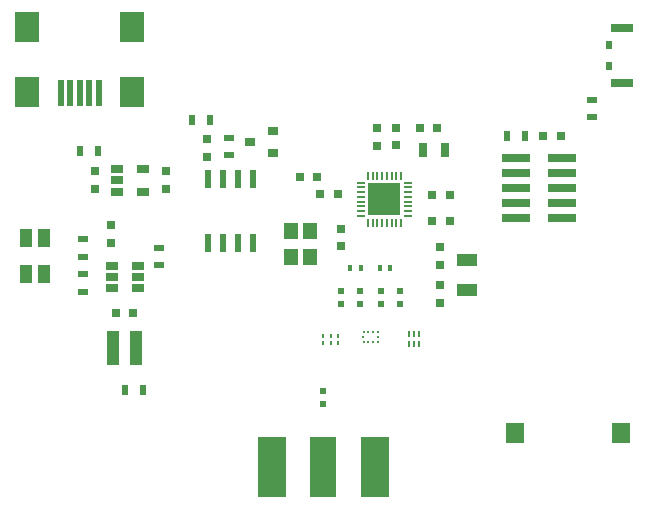
<source format=gbr>
G04 #@! TF.FileFunction,Paste,Top*
%FSLAX46Y46*%
G04 Gerber Fmt 4.6, Leading zero omitted, Abs format (unit mm)*
G04 Created by KiCad (PCBNEW 4.0.5) date 2018 May 06, Sunday 20:54:56*
%MOMM*%
%LPD*%
G01*
G04 APERTURE LIST*
%ADD10C,0.100000*%
%ADD11R,0.800000X0.750000*%
%ADD12R,0.750000X0.800000*%
%ADD13R,0.500000X0.600000*%
%ADD14R,0.400000X0.600000*%
%ADD15R,0.500000X0.900000*%
%ADD16R,0.700000X1.300000*%
%ADD17R,1.000000X3.000000*%
%ADD18R,0.500380X2.301240*%
%ADD19R,1.998980X2.499360*%
%ADD20R,2.400000X0.760000*%
%ADD21R,0.900000X0.800000*%
%ADD22R,0.900000X0.500000*%
%ADD23R,0.600000X0.700000*%
%ADD24R,1.850000X0.750000*%
%ADD25R,1.860000X0.750000*%
%ADD26R,0.275000X0.200000*%
%ADD27R,0.200000X0.275000*%
%ADD28R,0.200000X0.800000*%
%ADD29R,0.800000X0.200000*%
%ADD30R,2.800000X2.800000*%
%ADD31R,1.060000X0.650000*%
%ADD32R,0.600000X1.550000*%
%ADD33R,1.150000X1.400000*%
%ADD34R,1.800000X1.000000*%
%ADD35R,0.250000X0.400000*%
%ADD36R,1.500000X1.800000*%
%ADD37R,1.100000X1.500000*%
%ADD38R,2.290000X5.080000*%
%ADD39R,2.420000X5.080000*%
%ADD40R,0.250000X0.500000*%
G04 APERTURE END LIST*
D10*
D11*
X107420000Y-101290000D03*
X108920000Y-101290000D03*
X110650000Y-102790000D03*
X109150000Y-102790000D03*
D12*
X110950000Y-105690000D03*
X110950000Y-107190000D03*
D13*
X112510000Y-112090000D03*
X112510000Y-110990000D03*
X114300000Y-112090000D03*
X114300000Y-110990000D03*
D12*
X115560000Y-98650000D03*
X115560000Y-97150000D03*
D13*
X115900000Y-110990000D03*
X115900000Y-112090000D03*
X110890000Y-110990000D03*
X110890000Y-112090000D03*
D12*
X113970000Y-97160000D03*
X113970000Y-98660000D03*
X119330000Y-110500000D03*
X119330000Y-112000000D03*
X119290000Y-108760000D03*
X119290000Y-107260000D03*
D11*
X120160000Y-102810000D03*
X118660000Y-102810000D03*
X120170000Y-105020000D03*
X118670000Y-105020000D03*
X119080000Y-97170000D03*
X117580000Y-97170000D03*
D13*
X109440000Y-120560000D03*
X109440000Y-119460000D03*
D12*
X90100000Y-102350000D03*
X90100000Y-100850000D03*
D11*
X128060000Y-97810000D03*
X129560000Y-97810000D03*
D12*
X96100000Y-102350000D03*
X96100000Y-100850000D03*
X99610000Y-99610000D03*
X99610000Y-98110000D03*
D11*
X91850000Y-112800000D03*
X93350000Y-112800000D03*
D12*
X91420000Y-106870000D03*
X91420000Y-105370000D03*
D14*
X112600000Y-109020000D03*
X111700000Y-109020000D03*
X114210000Y-109020000D03*
X115110000Y-109020000D03*
D15*
X94170000Y-119370000D03*
X92670000Y-119370000D03*
D16*
X119740000Y-99020000D03*
X117840000Y-99020000D03*
D15*
X90350000Y-99100000D03*
X88850000Y-99100000D03*
D17*
X91600000Y-115800000D03*
X93600000Y-115800000D03*
D18*
X90410200Y-94219320D03*
X89610100Y-94219320D03*
X88810000Y-94219320D03*
X88009900Y-94219320D03*
X87209800Y-94219320D03*
D19*
X93260080Y-94120260D03*
X93260080Y-88621160D03*
X84359920Y-94120260D03*
X84359920Y-88621160D03*
D20*
X129650000Y-104780000D03*
X129650000Y-103510000D03*
X129650000Y-102240000D03*
X129650000Y-100970000D03*
X125750000Y-100970000D03*
X125750000Y-102240000D03*
X125750000Y-103510000D03*
X125750000Y-104780000D03*
X129650000Y-99700000D03*
X125750000Y-99700000D03*
D21*
X105200000Y-99320000D03*
X105200000Y-97420000D03*
X103200000Y-98370000D03*
D22*
X132170000Y-96270000D03*
X132170000Y-94770000D03*
X95540000Y-108800000D03*
X95540000Y-107300000D03*
D15*
X125010000Y-97810000D03*
X126510000Y-97810000D03*
D22*
X101400000Y-97980000D03*
X101400000Y-99480000D03*
X89100000Y-111050000D03*
X89100000Y-109550000D03*
X89100000Y-108050000D03*
X89100000Y-106550000D03*
D15*
X98310000Y-96480000D03*
X99810000Y-96480000D03*
D23*
X133630000Y-91880000D03*
D24*
X134730000Y-88680000D03*
D25*
X134730000Y-93330000D03*
D23*
X133630000Y-90180000D03*
D26*
X114080000Y-114860000D03*
X112800000Y-114860000D03*
D27*
X112840000Y-115310000D03*
X112840000Y-114435000D03*
X113240000Y-115310000D03*
X113240000Y-114435000D03*
X113640000Y-115310000D03*
X113640000Y-114435000D03*
X114040000Y-115310000D03*
X114040000Y-114435000D03*
D28*
X113200000Y-101200000D03*
X113600000Y-101200000D03*
X114000000Y-101200000D03*
X114400000Y-101200000D03*
X114800000Y-101200000D03*
X115200000Y-101200000D03*
X115600000Y-101200000D03*
X116000000Y-101200000D03*
X113200000Y-105200000D03*
X113600000Y-105200000D03*
X114000000Y-105200000D03*
X114400000Y-105200000D03*
X114800000Y-105200000D03*
X115200000Y-105200000D03*
X115600000Y-105200000D03*
X116000000Y-105200000D03*
D29*
X112600000Y-101800000D03*
X116600000Y-101800000D03*
X112600000Y-102200000D03*
X116600000Y-102200000D03*
X112600000Y-102600000D03*
X116600000Y-102600000D03*
X112600000Y-103000000D03*
X116600000Y-103000000D03*
X112600000Y-103400000D03*
X116600000Y-103400000D03*
X112600000Y-103800000D03*
X116600000Y-103800000D03*
X112600000Y-104200000D03*
X116600000Y-104200000D03*
X112600000Y-104600000D03*
X116600000Y-104600000D03*
D30*
X114600000Y-103200000D03*
D31*
X92000000Y-100650000D03*
X92000000Y-101600000D03*
X92000000Y-102550000D03*
X94200000Y-102550000D03*
X94200000Y-100650000D03*
D32*
X99705000Y-106890000D03*
X100975000Y-106890000D03*
X102245000Y-106890000D03*
X103515000Y-106890000D03*
X103515000Y-101490000D03*
X102245000Y-101490000D03*
X100975000Y-101490000D03*
X99705000Y-101490000D03*
D31*
X93700000Y-110750000D03*
X93700000Y-109800000D03*
X93700000Y-108850000D03*
X91500000Y-108850000D03*
X91500000Y-110750000D03*
X91500000Y-109800000D03*
D33*
X108310000Y-105880000D03*
X108310000Y-108080000D03*
X106710000Y-105880000D03*
X106710000Y-108080000D03*
D34*
X121590000Y-108370000D03*
X121590000Y-110870000D03*
D35*
X110670000Y-115400000D03*
X110045000Y-115400000D03*
X109420000Y-115400000D03*
X110670000Y-114750000D03*
X110045000Y-114750000D03*
X109420000Y-114750000D03*
D36*
X125650000Y-122980000D03*
X134650000Y-122980000D03*
D37*
X84280000Y-106500000D03*
X85780000Y-106500000D03*
X84280000Y-109500000D03*
X85780000Y-109500000D03*
D38*
X109440000Y-125860000D03*
D39*
X105060000Y-125860000D03*
X113820000Y-125860000D03*
D40*
X116640000Y-114580000D03*
X117090000Y-114580000D03*
X117540000Y-114580000D03*
X116640000Y-115480000D03*
X117090000Y-115480000D03*
X117540000Y-115480000D03*
M02*

</source>
